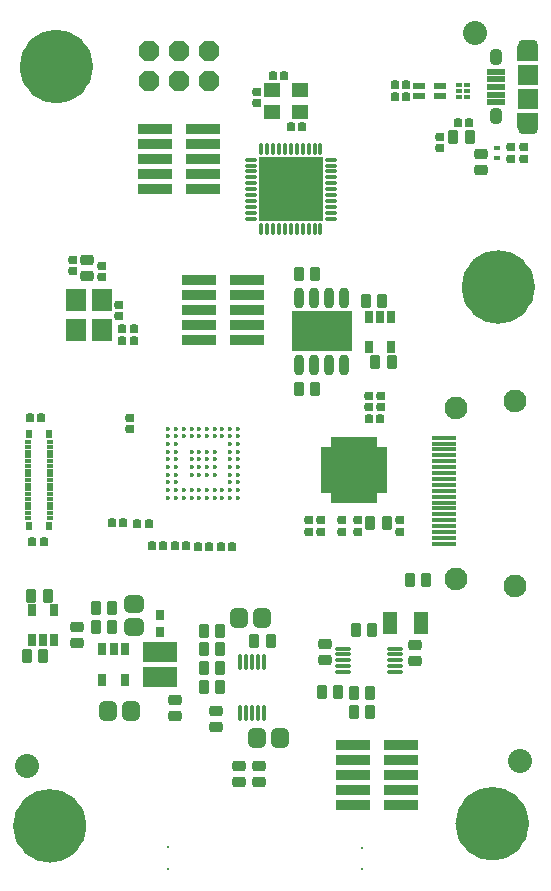
<source format=gts>
G04 Layer_Color=8388736*
%FSLAX24Y24*%
%MOIN*%
G70*
G01*
G75*
%ADD132C,0.1220*%
%ADD133R,0.2244X0.1555*%
%ADD134R,0.1555X0.2244*%
G04:AMPARAMS|DCode=135|XSize=28mil|YSize=30mil|CornerRadius=7.4mil|HoleSize=0mil|Usage=FLASHONLY|Rotation=270.000|XOffset=0mil|YOffset=0mil|HoleType=Round|Shape=RoundedRectangle|*
%AMROUNDEDRECTD135*
21,1,0.0280,0.0152,0,0,270.0*
21,1,0.0132,0.0300,0,0,270.0*
1,1,0.0148,-0.0076,-0.0066*
1,1,0.0148,-0.0076,0.0066*
1,1,0.0148,0.0076,0.0066*
1,1,0.0148,0.0076,-0.0066*
%
%ADD135ROUNDEDRECTD135*%
G04:AMPARAMS|DCode=136|XSize=28mil|YSize=30mil|CornerRadius=7.4mil|HoleSize=0mil|Usage=FLASHONLY|Rotation=180.000|XOffset=0mil|YOffset=0mil|HoleType=Round|Shape=RoundedRectangle|*
%AMROUNDEDRECTD136*
21,1,0.0280,0.0152,0,0,180.0*
21,1,0.0132,0.0300,0,0,180.0*
1,1,0.0148,-0.0066,0.0076*
1,1,0.0148,0.0066,0.0076*
1,1,0.0148,0.0066,-0.0076*
1,1,0.0148,-0.0066,-0.0076*
%
%ADD136ROUNDEDRECTD136*%
G04:AMPARAMS|DCode=137|XSize=35.1mil|YSize=45.4mil|CornerRadius=8.8mil|HoleSize=0mil|Usage=FLASHONLY|Rotation=0.000|XOffset=0mil|YOffset=0mil|HoleType=Round|Shape=RoundedRectangle|*
%AMROUNDEDRECTD137*
21,1,0.0351,0.0277,0,0,0.0*
21,1,0.0175,0.0454,0,0,0.0*
1,1,0.0177,0.0087,-0.0139*
1,1,0.0177,-0.0087,-0.0139*
1,1,0.0177,-0.0087,0.0139*
1,1,0.0177,0.0087,0.0139*
%
%ADD137ROUNDEDRECTD137*%
%ADD138C,0.0142*%
%ADD139R,0.0217X0.0178*%
%ADD140R,0.1162X0.0355*%
%ADD141R,0.0651X0.0729*%
G04:AMPARAMS|DCode=142|XSize=35.1mil|YSize=45.4mil|CornerRadius=8.8mil|HoleSize=0mil|Usage=FLASHONLY|Rotation=90.000|XOffset=0mil|YOffset=0mil|HoleType=Round|Shape=RoundedRectangle|*
%AMROUNDEDRECTD142*
21,1,0.0351,0.0277,0,0,90.0*
21,1,0.0175,0.0454,0,0,90.0*
1,1,0.0177,0.0139,0.0087*
1,1,0.0177,0.0139,-0.0087*
1,1,0.0177,-0.0139,-0.0087*
1,1,0.0177,-0.0139,0.0087*
%
%ADD142ROUNDEDRECTD142*%
%ADD143R,0.0808X0.0178*%
%ADD144R,0.0670X0.0651*%
%ADD145R,0.0592X0.0217*%
%ADD146R,0.0580X0.0480*%
%ADD147R,0.0188X0.0166*%
%ADD148R,0.0414X0.0217*%
%ADD149R,0.1989X0.1320*%
%ADD150O,0.0355X0.0710*%
%ADD151R,0.0296X0.0395*%
%ADD152R,0.0198X0.0170*%
%ADD153R,0.0206X0.0257*%
%ADD154R,0.0260X0.0340*%
%ADD155R,0.0493X0.0729*%
G04:AMPARAMS|DCode=156|XSize=58mil|YSize=66mil|CornerRadius=16mil|HoleSize=0mil|Usage=FLASHONLY|Rotation=270.000|XOffset=0mil|YOffset=0mil|HoleType=Round|Shape=RoundedRectangle|*
%AMROUNDEDRECTD156*
21,1,0.0580,0.0340,0,0,270.0*
21,1,0.0260,0.0660,0,0,270.0*
1,1,0.0320,-0.0170,-0.0130*
1,1,0.0320,-0.0170,0.0130*
1,1,0.0320,0.0170,0.0130*
1,1,0.0320,0.0170,-0.0130*
%
%ADD156ROUNDEDRECTD156*%
G04:AMPARAMS|DCode=157|XSize=58mil|YSize=66mil|CornerRadius=16mil|HoleSize=0mil|Usage=FLASHONLY|Rotation=0.000|XOffset=0mil|YOffset=0mil|HoleType=Round|Shape=RoundedRectangle|*
%AMROUNDEDRECTD157*
21,1,0.0580,0.0340,0,0,0.0*
21,1,0.0260,0.0660,0,0,0.0*
1,1,0.0320,0.0130,-0.0170*
1,1,0.0320,-0.0130,-0.0170*
1,1,0.0320,-0.0130,0.0170*
1,1,0.0320,0.0130,0.0170*
%
%ADD157ROUNDEDRECTD157*%
%ADD158R,0.1123X0.0670*%
%ADD159O,0.0158X0.0513*%
%ADD160O,0.0513X0.0158*%
%ADD161R,0.0277X0.0395*%
%ADD162R,0.2147X0.2147*%
%ADD163O,0.0158X0.0395*%
%ADD164O,0.0395X0.0158*%
%ADD165O,0.0355X0.0158*%
%ADD166O,0.0158X0.0355*%
%ADD167R,0.1477X0.1477*%
G04:AMPARAMS|DCode=168|XSize=80mil|YSize=80mil|CornerRadius=40mil|HoleSize=0mil|Usage=FLASHONLY|Rotation=90.000|XOffset=0mil|YOffset=0mil|HoleType=Round|Shape=RoundedRectangle|*
%AMROUNDEDRECTD168*
21,1,0.0800,0.0000,0,0,90.0*
21,1,0.0000,0.0800,0,0,90.0*
1,1,0.0800,0.0000,0.0000*
1,1,0.0800,0.0000,0.0000*
1,1,0.0800,0.0000,0.0000*
1,1,0.0800,0.0000,0.0000*
%
%ADD168ROUNDEDRECTD168*%
%ADD169P,0.0736X8X202.5*%
%ADD170R,0.0060X0.0060*%
%ADD171C,0.0760*%
G04:AMPARAMS|DCode=172|XSize=67mil|YSize=41mil|CornerRadius=17mil|HoleSize=0mil|Usage=FLASHONLY|Rotation=180.000|XOffset=0mil|YOffset=0mil|HoleType=Round|Shape=RoundedRectangle|*
%AMROUNDEDRECTD172*
21,1,0.0670,0.0070,0,0,180.0*
21,1,0.0330,0.0410,0,0,180.0*
1,1,0.0340,-0.0165,0.0035*
1,1,0.0340,0.0165,0.0035*
1,1,0.0340,0.0165,-0.0035*
1,1,0.0340,-0.0165,-0.0035*
%
%ADD172ROUNDEDRECTD172*%
G04:AMPARAMS|DCode=173|XSize=55.2mil|YSize=42.6mil|CornerRadius=17.6mil|HoleSize=0mil|Usage=FLASHONLY|Rotation=90.000|XOffset=0mil|YOffset=0mil|HoleType=Round|Shape=RoundedRectangle|*
%AMROUNDEDRECTD173*
21,1,0.0552,0.0073,0,0,90.0*
21,1,0.0199,0.0426,0,0,90.0*
1,1,0.0353,0.0037,0.0100*
1,1,0.0353,0.0037,-0.0100*
1,1,0.0353,-0.0037,-0.0100*
1,1,0.0353,-0.0037,0.0100*
%
%ADD173ROUNDEDRECTD173*%
G36*
X17894Y27156D02*
X17206Y27156D01*
X17206Y27668D01*
X17894Y27668D01*
X17894Y27156D01*
D02*
G37*
G36*
X17894Y24912D02*
X17206Y24912D01*
X17206Y25424D01*
X17894Y25424D01*
X17894Y24912D01*
D02*
G37*
D132*
X2230Y1660D02*
G03*
X2230Y1660I-610J0D01*
G01*
X2450Y26970D02*
G03*
X2450Y26970I-610J0D01*
G01*
X17180Y19620D02*
G03*
X17180Y19620I-610J0D01*
G01*
X16980Y1730D02*
G03*
X16980Y1730I-610J0D01*
G01*
D133*
X11770Y13520D02*
D03*
D134*
D03*
D135*
X10650Y11849D02*
D03*
Y11470D02*
D03*
X10250Y11849D02*
D03*
Y11470D02*
D03*
X4290Y15260D02*
D03*
Y14883D02*
D03*
X3933Y19027D02*
D03*
Y18650D02*
D03*
X3353Y20317D02*
D03*
Y19940D02*
D03*
X2403Y20517D02*
D03*
Y20140D02*
D03*
X13289Y11838D02*
D03*
Y11461D02*
D03*
X8545Y25741D02*
D03*
Y26118D02*
D03*
X14617Y24251D02*
D03*
Y24628D02*
D03*
X17010Y24280D02*
D03*
Y23901D02*
D03*
X17440Y24277D02*
D03*
Y23900D02*
D03*
X11880Y11463D02*
D03*
Y11840D02*
D03*
X11370Y11463D02*
D03*
Y11840D02*
D03*
X12670Y15623D02*
D03*
Y16000D02*
D03*
X12270Y15997D02*
D03*
Y15620D02*
D03*
D136*
X3694Y11740D02*
D03*
X4071D02*
D03*
X4921Y11730D02*
D03*
X4544D02*
D03*
X6163Y10976D02*
D03*
X5784D02*
D03*
X5017D02*
D03*
X5394D02*
D03*
X7700Y10966D02*
D03*
X7323D02*
D03*
X6932D02*
D03*
X6555D02*
D03*
X4044Y17827D02*
D03*
X4423D02*
D03*
X4044Y18217D02*
D03*
X4423D02*
D03*
X12641Y15207D02*
D03*
X12264D02*
D03*
X962Y15266D02*
D03*
X1339D02*
D03*
X1040Y11132D02*
D03*
X1417D02*
D03*
X9661Y24970D02*
D03*
X10040D02*
D03*
X9440Y26666D02*
D03*
X9063D02*
D03*
X15597Y25094D02*
D03*
X15220D02*
D03*
X13131Y25960D02*
D03*
X13510D02*
D03*
X13131Y26352D02*
D03*
X13510D02*
D03*
D137*
X13630Y9862D02*
D03*
X14165D02*
D03*
X12311Y11752D02*
D03*
X12846D02*
D03*
X15614Y24621D02*
D03*
X15079D02*
D03*
X13014Y17116D02*
D03*
X12478D02*
D03*
X12157Y19170D02*
D03*
X12693D02*
D03*
X1012Y9311D02*
D03*
X1547D02*
D03*
X864Y7323D02*
D03*
X1400D02*
D03*
X9939Y16220D02*
D03*
X10474D02*
D03*
X8980Y7814D02*
D03*
X8445D02*
D03*
X9935Y20050D02*
D03*
X10471D02*
D03*
X11839Y8199D02*
D03*
X12374D02*
D03*
X6752Y8168D02*
D03*
X7287D02*
D03*
X6752Y7539D02*
D03*
X7287D02*
D03*
X6752Y6909D02*
D03*
X7287D02*
D03*
X6752Y6279D02*
D03*
X7287D02*
D03*
X11232Y6112D02*
D03*
X10697D02*
D03*
X11760Y6073D02*
D03*
X12295D02*
D03*
X3700Y8290D02*
D03*
X3164D02*
D03*
X3700Y8920D02*
D03*
X3164D02*
D03*
X11760Y5443D02*
D03*
X12295D02*
D03*
D138*
X5834Y13878D02*
D03*
X5578Y13622D02*
D03*
X5834D02*
D03*
X5578Y13110D02*
D03*
Y12854D02*
D03*
Y14902D02*
D03*
X5834D02*
D03*
X6090D02*
D03*
X6346D02*
D03*
X6602D02*
D03*
X6858D02*
D03*
X7114D02*
D03*
X7370D02*
D03*
X7626D02*
D03*
X7882D02*
D03*
X5578Y14646D02*
D03*
X5834D02*
D03*
X6090D02*
D03*
X6346D02*
D03*
X6602D02*
D03*
X6858D02*
D03*
X7114D02*
D03*
X7370D02*
D03*
X7626D02*
D03*
X7882D02*
D03*
X5578Y14390D02*
D03*
X5834D02*
D03*
X7626D02*
D03*
X7882D02*
D03*
X5578Y14134D02*
D03*
X5834D02*
D03*
X6346D02*
D03*
X6602D02*
D03*
X6858D02*
D03*
X7114D02*
D03*
X7626D02*
D03*
X7882D02*
D03*
X5578Y13878D02*
D03*
X6346D02*
D03*
X6602D02*
D03*
X6858D02*
D03*
X7114D02*
D03*
X7626D02*
D03*
X7882D02*
D03*
X6346Y13622D02*
D03*
X6602D02*
D03*
X6858D02*
D03*
X7114D02*
D03*
X7626D02*
D03*
X7882D02*
D03*
Y12598D02*
D03*
X7626D02*
D03*
X7370D02*
D03*
X7114D02*
D03*
X6858D02*
D03*
X6602D02*
D03*
X6346D02*
D03*
X6090D02*
D03*
X5834D02*
D03*
X5578D02*
D03*
X7882Y12854D02*
D03*
X7626D02*
D03*
X7370D02*
D03*
X7114D02*
D03*
X6858D02*
D03*
X6602D02*
D03*
X6346D02*
D03*
X6090D02*
D03*
X5834D02*
D03*
X7882Y13110D02*
D03*
X7626D02*
D03*
X5834D02*
D03*
X7882Y13366D02*
D03*
X7626D02*
D03*
X7114D02*
D03*
X6858D02*
D03*
X6602D02*
D03*
X6346D02*
D03*
X5834D02*
D03*
X5578D02*
D03*
D139*
X16530Y24267D02*
D03*
Y23913D02*
D03*
D140*
X11740Y4366D02*
D03*
X13339D02*
D03*
X11740Y3866D02*
D03*
X13339D02*
D03*
X11740Y3366D02*
D03*
X13339D02*
D03*
X11740Y2866D02*
D03*
X13339D02*
D03*
X11740Y2366D02*
D03*
X13339D02*
D03*
X6611Y19844D02*
D03*
X8209D02*
D03*
X6611Y19344D02*
D03*
X8209D02*
D03*
X6611Y18844D02*
D03*
X8209D02*
D03*
X6611Y18344D02*
D03*
X8209D02*
D03*
X6611Y17844D02*
D03*
X8209D02*
D03*
X5141Y24890D02*
D03*
X6739D02*
D03*
X5141Y24390D02*
D03*
X6739D02*
D03*
X5141Y23890D02*
D03*
X6739D02*
D03*
X5141Y23390D02*
D03*
X6739D02*
D03*
X5141Y22890D02*
D03*
X6739D02*
D03*
D141*
X2490Y19177D02*
D03*
Y18177D02*
D03*
X3356D02*
D03*
Y19177D02*
D03*
D142*
X2863Y19980D02*
D03*
Y20515D02*
D03*
X15990Y24041D02*
D03*
Y23505D02*
D03*
X7925Y3127D02*
D03*
Y3663D02*
D03*
X13799Y7144D02*
D03*
Y7679D02*
D03*
X10807Y7183D02*
D03*
Y7719D02*
D03*
X7177Y5483D02*
D03*
Y4948D02*
D03*
X8595Y3127D02*
D03*
Y3663D02*
D03*
X2536Y7766D02*
D03*
Y8302D02*
D03*
X5787Y5313D02*
D03*
Y5848D02*
D03*
D143*
X14777Y11057D02*
D03*
Y11254D02*
D03*
Y11450D02*
D03*
Y11647D02*
D03*
Y11844D02*
D03*
Y12041D02*
D03*
Y12238D02*
D03*
Y12435D02*
D03*
Y12632D02*
D03*
Y12828D02*
D03*
Y13025D02*
D03*
Y13222D02*
D03*
Y13419D02*
D03*
Y13616D02*
D03*
Y13813D02*
D03*
Y14010D02*
D03*
Y14403D02*
D03*
Y14600D02*
D03*
Y14206D02*
D03*
D144*
X17550Y26684D02*
D03*
Y25896D02*
D03*
D145*
X16487Y25778D02*
D03*
Y26034D02*
D03*
Y26290D02*
D03*
Y26546D02*
D03*
Y26802D02*
D03*
D146*
X9040Y25461D02*
D03*
X9952D02*
D03*
Y26196D02*
D03*
X9040D02*
D03*
D147*
X15257Y26347D02*
D03*
Y26150D02*
D03*
X15523Y26347D02*
D03*
Y26150D02*
D03*
X15257Y25953D02*
D03*
X15523D02*
D03*
D148*
X13945Y26307D02*
D03*
X14615D02*
D03*
Y25993D02*
D03*
X13945D02*
D03*
D149*
X10683Y18140D02*
D03*
D150*
X11433Y19252D02*
D03*
X10933D02*
D03*
X10433D02*
D03*
X9933D02*
D03*
X11433Y17028D02*
D03*
X10933D02*
D03*
X10433D02*
D03*
X9933D02*
D03*
D151*
X13009Y18632D02*
D03*
X12635D02*
D03*
X12261D02*
D03*
Y17628D02*
D03*
X13009D02*
D03*
X1015Y7842D02*
D03*
X1389D02*
D03*
X1763D02*
D03*
Y8846D02*
D03*
X1015D02*
D03*
D152*
X907Y12087D02*
D03*
Y12244D02*
D03*
Y12402D02*
D03*
Y12559D02*
D03*
Y12717D02*
D03*
Y12874D02*
D03*
Y13032D02*
D03*
Y13189D02*
D03*
Y13346D02*
D03*
Y13504D02*
D03*
Y13661D02*
D03*
Y13819D02*
D03*
Y13976D02*
D03*
Y14134D02*
D03*
Y14291D02*
D03*
Y14449D02*
D03*
Y11929D02*
D03*
X1628D02*
D03*
Y12087D02*
D03*
Y12244D02*
D03*
Y12402D02*
D03*
Y12559D02*
D03*
Y12717D02*
D03*
Y12874D02*
D03*
Y13032D02*
D03*
Y13189D02*
D03*
Y13346D02*
D03*
Y13504D02*
D03*
Y13661D02*
D03*
Y13819D02*
D03*
Y13976D02*
D03*
Y14134D02*
D03*
Y14291D02*
D03*
Y14449D02*
D03*
D153*
X1608Y11654D02*
D03*
X927Y14724D02*
D03*
Y11654D02*
D03*
X1608Y14724D02*
D03*
D154*
X5283Y8684D02*
D03*
Y8132D02*
D03*
D155*
X12963Y8435D02*
D03*
X14006D02*
D03*
D156*
X4416Y8304D02*
D03*
Y9058D02*
D03*
D157*
X8699Y8602D02*
D03*
X7945D02*
D03*
X3564Y5495D02*
D03*
X4318D02*
D03*
X9289Y4586D02*
D03*
X8535D02*
D03*
D158*
X5283Y7453D02*
D03*
Y6607D02*
D03*
D159*
X7965Y5422D02*
D03*
X8161D02*
D03*
X8358D02*
D03*
X8555D02*
D03*
X8752D02*
D03*
X7965Y7135D02*
D03*
X8161D02*
D03*
X8358D02*
D03*
X8555D02*
D03*
X8752D02*
D03*
D160*
X13120Y6781D02*
D03*
Y6978D02*
D03*
Y7175D02*
D03*
Y7372D02*
D03*
Y7569D02*
D03*
X11407Y6781D02*
D03*
Y6978D02*
D03*
Y7175D02*
D03*
Y7372D02*
D03*
Y7569D02*
D03*
D161*
X4121Y6508D02*
D03*
X3373D02*
D03*
Y7552D02*
D03*
X3747D02*
D03*
X4121D02*
D03*
D162*
X9660Y22880D02*
D03*
D163*
X10644Y21551D02*
D03*
X10447D02*
D03*
X10251D02*
D03*
X10054D02*
D03*
X9857D02*
D03*
X9660D02*
D03*
X9463D02*
D03*
X9266D02*
D03*
X9069D02*
D03*
X8873D02*
D03*
X8676D02*
D03*
Y24209D02*
D03*
X8873D02*
D03*
X9069D02*
D03*
X9266D02*
D03*
X9463D02*
D03*
X9660D02*
D03*
X9857D02*
D03*
X10054D02*
D03*
X10251D02*
D03*
X10447D02*
D03*
X10644D02*
D03*
D164*
X8331Y21896D02*
D03*
Y22093D02*
D03*
Y22289D02*
D03*
Y22486D02*
D03*
Y22683D02*
D03*
Y22880D02*
D03*
Y23077D02*
D03*
Y23274D02*
D03*
Y23471D02*
D03*
Y23667D02*
D03*
Y23864D02*
D03*
X10989D02*
D03*
Y23667D02*
D03*
Y23471D02*
D03*
Y23274D02*
D03*
Y23077D02*
D03*
Y22880D02*
D03*
Y22683D02*
D03*
Y22486D02*
D03*
Y22289D02*
D03*
Y22093D02*
D03*
Y21896D02*
D03*
D165*
X10835Y14209D02*
D03*
Y14012D02*
D03*
Y13815D02*
D03*
Y13618D02*
D03*
Y13422D02*
D03*
Y13225D02*
D03*
Y13028D02*
D03*
Y12831D02*
D03*
X12705D02*
D03*
Y13028D02*
D03*
Y13225D02*
D03*
Y13422D02*
D03*
Y13618D02*
D03*
Y13815D02*
D03*
Y14012D02*
D03*
Y14209D02*
D03*
D166*
X11081Y12585D02*
D03*
X11278D02*
D03*
X11475D02*
D03*
X11672D02*
D03*
X11868D02*
D03*
X12065D02*
D03*
X12262D02*
D03*
X12459D02*
D03*
Y14455D02*
D03*
X12262D02*
D03*
X12065D02*
D03*
X11868D02*
D03*
X11672D02*
D03*
X11475D02*
D03*
X11278D02*
D03*
X11081D02*
D03*
D167*
X11770Y13520D02*
D03*
D168*
X860Y3670D02*
D03*
X17290Y3820D02*
D03*
X15810Y28080D02*
D03*
D169*
X6920Y27490D02*
D03*
Y26490D02*
D03*
X5920Y27490D02*
D03*
Y26490D02*
D03*
X4920Y27490D02*
D03*
Y26490D02*
D03*
D170*
X12020Y933D02*
D03*
Y225D02*
D03*
X5560Y235D02*
D03*
Y943D02*
D03*
D171*
X17120Y15821D02*
D03*
Y9639D02*
D03*
X15171Y15584D02*
D03*
Y9876D02*
D03*
D172*
X17550Y27668D02*
D03*
Y24912D02*
D03*
D173*
X16487Y25306D02*
D03*
Y27274D02*
D03*
M02*

</source>
